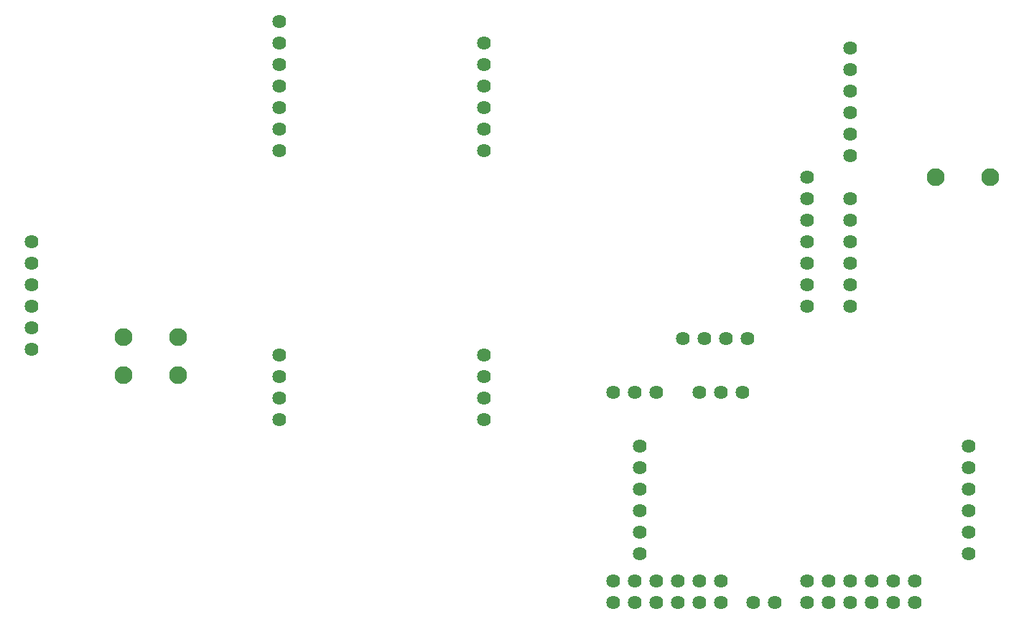
<source format=gbr>
G04 #@! TF.GenerationSoftware,KiCad,Pcbnew,(5.0.0-rc2-dev-319-g0ded476)*
G04 #@! TF.CreationDate,2018-04-17T17:50:58-07:00*
G04 #@! TF.ProjectId,paranoids-hackme-1,706172616E6F6964732D6861636B6D65,A*
G04 #@! TF.SameCoordinates,Original*
G04 #@! TF.FileFunction,Soldermask,Bot*
G04 #@! TF.FilePolarity,Negative*
%FSLAX46Y46*%
G04 Gerber Fmt 4.6, Leading zero omitted, Abs format (unit mm)*
G04 Created by KiCad (PCBNEW (5.0.0-rc2-dev-319-g0ded476)) date Tuesday, April 17, 2018 at 05:50:58 PM*
%MOMM*%
%LPD*%
G01*
G04 APERTURE LIST*
%ADD10C,1.625600*%
%ADD11C,2.101600*%
G04 APERTURE END LIST*
D10*
X133350000Y-39370000D03*
X133350000Y-41910000D03*
X133350000Y-44450000D03*
X133350000Y-46990000D03*
X133350000Y-49530000D03*
X133350000Y-52070000D03*
X133350000Y-54610000D03*
X200660000Y-60325000D03*
X200660000Y-62865000D03*
X200660000Y-65405000D03*
X200660000Y-67945000D03*
X200660000Y-70485000D03*
X200660000Y-73025000D03*
X189230000Y-107950000D03*
X191770000Y-107950000D03*
X195580000Y-57785000D03*
X195580000Y-60325000D03*
X195580000Y-62865000D03*
X195580000Y-65405000D03*
X195580000Y-67945000D03*
X195580000Y-70485000D03*
X195580000Y-73025000D03*
X177800000Y-83185000D03*
X175260000Y-83185000D03*
X172720000Y-83185000D03*
X187960000Y-83185000D03*
X185420000Y-83185000D03*
X182880000Y-83185000D03*
X188595000Y-76835000D03*
X186055000Y-76835000D03*
X183515000Y-76835000D03*
X180975000Y-76835000D03*
X133350000Y-86360000D03*
X133350000Y-83820000D03*
X133350000Y-81280000D03*
X133350000Y-78740000D03*
X157480000Y-86360000D03*
X157480000Y-83820000D03*
X157480000Y-81280000D03*
X157480000Y-78740000D03*
X200660000Y-42545000D03*
X200660000Y-45085000D03*
X200660000Y-47625000D03*
X200660000Y-50165000D03*
X200660000Y-52705000D03*
X200660000Y-55245000D03*
X104140000Y-65405000D03*
X104140000Y-67945000D03*
X104140000Y-70485000D03*
X104140000Y-73025000D03*
X104140000Y-75565000D03*
X104140000Y-78105000D03*
X175895000Y-102235000D03*
X175895000Y-99695000D03*
X175895000Y-97155000D03*
X175895000Y-94615000D03*
X175895000Y-92075000D03*
X175895000Y-89535000D03*
X157480000Y-41910000D03*
X157480000Y-44450000D03*
X157480000Y-46990000D03*
X157480000Y-49530000D03*
X157480000Y-52070000D03*
X157480000Y-54610000D03*
X214630000Y-102235000D03*
X214630000Y-99695000D03*
X214630000Y-97155000D03*
X214630000Y-94615000D03*
X214630000Y-92075000D03*
X214630000Y-89535000D03*
D11*
X217245000Y-57785000D03*
X210745000Y-57785000D03*
X114990000Y-81150000D03*
X114990000Y-76650000D03*
X121490000Y-81150000D03*
X121490000Y-76650000D03*
D10*
X172720000Y-105410000D03*
X175260000Y-105410000D03*
X175260000Y-107950000D03*
X172720000Y-107950000D03*
X180340000Y-107950000D03*
X182880000Y-107950000D03*
X185420000Y-107950000D03*
X185420000Y-105410000D03*
X182880000Y-105410000D03*
X180340000Y-105410000D03*
X177800000Y-107950000D03*
X177800000Y-105410000D03*
X195580000Y-105410000D03*
X198120000Y-105410000D03*
X198120000Y-107950000D03*
X195580000Y-107950000D03*
X203200000Y-107950000D03*
X205740000Y-107950000D03*
X208280000Y-107950000D03*
X208280000Y-105410000D03*
X205740000Y-105410000D03*
X203200000Y-105410000D03*
X200660000Y-107950000D03*
X200660000Y-105410000D03*
M02*

</source>
